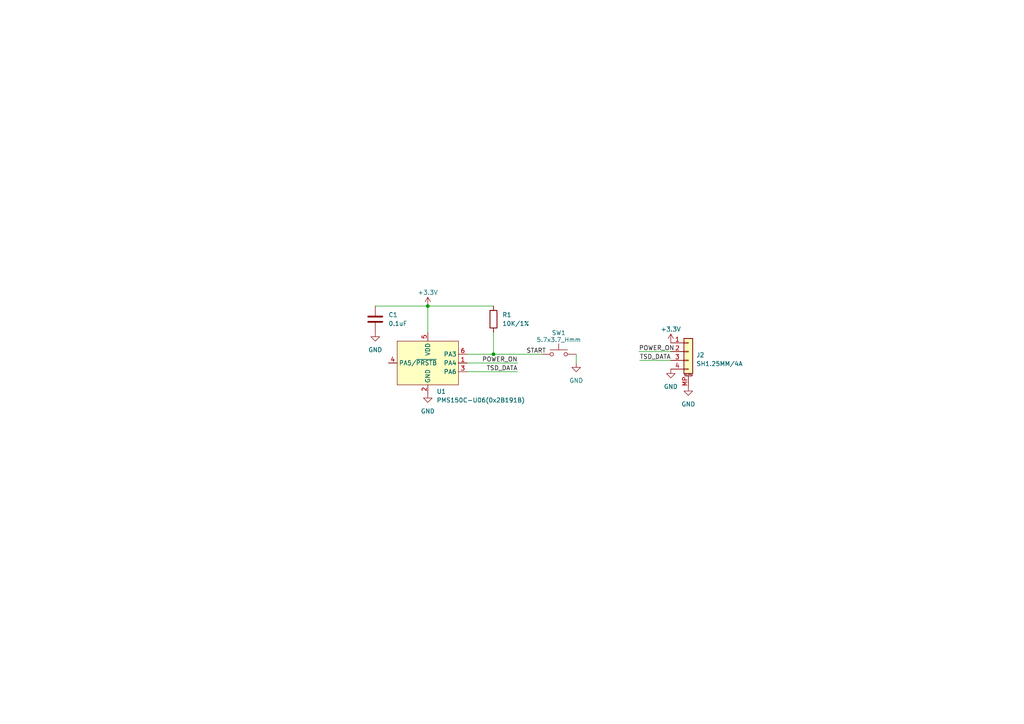
<source format=kicad_sch>
(kicad_sch (version 20230121) (generator eeschema)
  (paper "A4")
  (title_block (title "EDS-01-Switch") (date "2022-06-04") (rev "V0.1") (company "Timye"))
  (lib_symbols
    (symbol "Connector_Generic_MountingPin:Conn_01x04_MountingPin" (pin_names (offset 1.016) hide)
      (property "Reference" "J" (at 0 5.08 0))
      (property "Value" "Conn_01x04_MountingPin" (at 1.27 -7.62 0))
      (symbol "Conn_01x04_MountingPin_1_1"
        (rectangle (start -1.27 -4.953) (end 0 -5.207) (stroke (width 0.1524)))
        (rectangle (start -1.27 -2.413) (end 0 -2.667) (stroke (width 0.1524)))
        (rectangle (start -1.27 0.127) (end 0 -0.127) (stroke (width 0.1524)))
        (rectangle (start -1.27 2.667) (end 0 2.413) (stroke (width 0.1524)))
        (rectangle (start -1.27 3.81) (end 1.27 -6.35) (stroke (width 0.254)) (fill (type background)))
        (polyline (pts (xy -1.016 -7.112) (xy 1.016 -7.112)) (stroke (width 0.1524)))
        (text "Mounting" (at 0 -6.731 0) (effects (font (size 0.381 0.381))))
        (pin passive line (at -5.08 2.54 0) (length 3.81) (name "Pin_1") (number "1"))
        (pin passive line (at -5.08 0 0) (length 3.81) (name "Pin_2") (number "2"))
        (pin passive line (at -5.08 -2.54 0) (length 3.81) (name "Pin_3") (number "3"))
        (pin passive line (at -5.08 -5.08 0) (length 3.81) (name "Pin_4") (number "4"))
        (pin passive line (at 0 -10.16 90) (length 3.048) (name "MountPin") (number "MP"))
      )
    )
    (symbol "Device:C" (pin_numbers hide) (pin_names (offset 0.254))
      (property "Reference" "C" (at 0.635 2.54 0))
      (property "Value" "C" (at 0.635 -2.54 0))
      (symbol "C_0_1"
        (polyline (pts (xy -2.032 -0.762) (xy 2.032 -0.762)) (stroke (width 0.508)))
        (polyline (pts (xy -2.032 0.762) (xy 2.032 0.762)) (stroke (width 0.508)))
      )
      (symbol "C_1_1"
        (pin passive line (at 0 3.81 270) (length 2.794) (name "~") (number "1"))
        (pin passive line (at 0 -3.81 90) (length 2.794) (name "~") (number "2"))
      )
    )
    (symbol "Device:R" (pin_numbers hide) (pin_names (offset 0))
      (property "Reference" "R" (at 2.032 0 90))
      (property "Value" "R" (at 0 0 90))
      (symbol "R_0_1"
        (rectangle (start -1.016 -2.54) (end 1.016 2.54) (stroke (width 0.254)))
      )
      (symbol "R_1_1"
        (pin passive line (at 0 3.81 270) (length 1.27) (name "~") (number "1"))
        (pin passive line (at 0 -3.81 90) (length 1.27) (name "~") (number "2"))
      )
    )
    (symbol "Ovo_MCU_Padauk:PMS150C-U06"
      (property "Reference" "U" (at 3.81 10.16 0))
      (property "Value" "PMS150C-U06" (at 8.89 7.62 0))
      (symbol "PMS150C-U06_0_1"
        (rectangle (start -8.89 6.35) (end 8.89 -6.35) (fill (type background)))
      )
      (symbol "PMS150C-U06_1_1"
        (pin bidirectional line (at 11.43 0 180) (length 2.54) (name "PA4") (number "1"))
        (pin power_in line (at 0 -8.89 90) (length 2.54) (name "GND") (number "2"))
        (pin bidirectional line (at 11.43 -2.54 180) (length 2.54) (name "PA6") (number "3"))
        (pin bidirectional line (at -11.43 0 0) (length 2.54) (name "PA5/~{PRSTB}") (number "4"))
        (pin power_in line (at 0 8.89 270) (length 2.54) (name "VDD") (number "5"))
        (pin bidirectional line (at 11.43 2.54 180) (length 2.54) (name "PA3") (number "6"))
      )
    )
    (symbol "Switch:SW_Push" (pin_numbers hide) (pin_names (offset 1.016) hide)
      (property "Reference" "SW" (at 1.27 2.54 0))
      (property "Value" "SW_Push" (at 0 -1.524 0))
      (symbol "SW_Push_0_1"
        (circle (center -2.032 0) (radius 0.508))
        (polyline (pts (xy 0 1.27) (xy 0 3.048)))
        (polyline (pts (xy 2.54 1.27) (xy -2.54 1.27)))
        (circle (center 2.032 0) (radius 0.508))
        (pin passive line (at -5.08 0 0) (length 2.54) (name "1") (number "1"))
        (pin passive line (at 5.08 0 180) (length 2.54) (name "2") (number "2"))
      )
    )
    (symbol "power:+3.3V" (power) (pin_names (offset 0))
      (property "Value" "+3.3V" (at 0 3.556 0))
      (symbol "+3.3V_0_1"
        (polyline (pts (xy -0.762 1.27) (xy 0 2.54)))
        (polyline (pts (xy 0 0) (xy 0 2.54)))
        (polyline (pts (xy 0 2.54) (xy 0.762 1.27)))
      )
      (symbol "+3.3V_1_1"
        (pin power_in line (at 0 0 90) (length 0) hide (name "+3.3V") (number "1"))
      )
    )
    (symbol "power:GND" (power) (pin_names (offset 0))
      (property "Value" "GND" (at 0 -3.81 0))
      (symbol "GND_0_1"
        (polyline (pts (xy 0 0) (xy 0 -1.27) (xy 1.27 -1.27) (xy 0 -2.54) (xy -1.27 -1.27) (xy 0 -1.27)))
      )
      (symbol "GND_1_1"
        (pin power_in line (at 0 0 270) (length 0) hide (name "GND") (number "1"))
      )
    )
  )
  (junction (at 143.129 102.743))
  (junction (at 124.079 88.773))
  (wire (pts (xy 185.547 104.521) (xy 194.564 104.521)))
  (wire (pts (xy 194.564 101.981) (xy 185.293 101.981)))
  (wire (pts (xy 143.129 102.743) (xy 156.972 102.743)))
  (wire (pts (xy 135.509 105.283) (xy 150.114 105.283)))
  (wire (pts (xy 167.132 105.283) (xy 167.132 102.743)))
  (wire (pts (xy 108.839 88.773) (xy 124.079 88.773)))
  (wire (pts (xy 124.079 88.773) (xy 124.079 96.393)))
  (wire (pts (xy 143.129 102.743) (xy 135.509 102.743)))
  (wire (pts (xy 124.079 88.773) (xy 143.129 88.773)))
  (wire (pts (xy 135.509 107.823) (xy 150.114 107.823)))
  (wire (pts (xy 143.129 96.393) (xy 143.129 102.743)))
  (label "POWER_ON" (at 150.114 105.283 180))
  (label "START" (at 152.654 102.743 0))
  (label "TSD_DATA" (at 185.547 104.521 0))
  (label "POWER_ON" (at 185.293 101.981 0))
  (label "TSD_DATA" (at 150.114 107.823 180))
  (symbol (lib_id "power:+3.3V") (at 124.079 88.773 0) (unit 1)
    (property "Reference" "#PWR02" (effects hide))
    (property "Value" "+3.3V" (at 124.079 84.836 0))
  )
  (symbol (lib_id "Device:R") (at 143.129 92.583 0) (unit 1)
    (property "Reference" "R1" (at 145.669 91.3129 0) (effects (justify left)))
    (property "Value" "10K/1%" (at 145.669 93.8529 0) (effects (justify left)))
    (property "Footprint" "Resistor_SMD:R_0603_1608Metric" (effects hide))
  )
  (symbol (lib_id "power:+3.3V") (at 194.564 99.441 0) (unit 1)
    (property "Reference" "#PWR05" (effects hide))
    (property "Value" "+3.3V" (at 194.564 95.504 0))
  )
  (symbol (lib_id "power:GND") (at 167.132 105.283 0) (unit 1)
    (property "Reference" "#PWR04" (effects hide))
    (property "Value" "GND" (at 167.132 110.363 0))
  )
  (symbol (lib_id "Ovo_MCU_Padauk:PMS150C-U06") (at 124.079 105.283 0) (unit 1)
    (property "Reference" "U1" (at 126.619 113.538 0) (effects (justify left)))
    (property "Value" "PMS150C-U06(0x2B191B)" (at 126.619 116.078 0) (effects (justify left)))
    (property "Footprint" "Package_TO_SOT_SMD:SOT-23-6" (effects hide))
    (property "Datasheet" "http://www.padauk.com.tw/upload/doc/PMS15A,PMS150C%20datasheet%20V108_CN_20200724.pdf" (effects hide))
  )
  (symbol (lib_id "power:GND") (at 194.564 107.061 0) (unit 1)
    (property "Reference" "#PWR06" (effects hide))
    (property "Value" "GND" (at 194.564 112.141 0))
  )
  (symbol (lib_id "Connector_Generic_MountingPin:Conn_01x04_MountingPin") (at 199.644 101.981 0) (unit 1)
    (property "Reference" "J2" (at 201.93 102.9716 0) (effects (justify left)))
    (property "Value" "SH1.25MM/4A" (at 201.93 105.5116 0) (effects (justify left)))
    (property "Footprint" "Connector_Molex:Molex_PicoBlade_53047-0410_1x04_P1.25mm_Vertical" (effects hide))
  )
  (symbol (lib_id "power:GND") (at 108.839 96.393 0) (unit 1)
    (property "Reference" "#PWR01" (effects hide))
    (property "Value" "GND" (at 108.839 101.473 0))
  )
  (symbol (lib_id "Switch:SW_Push") (at 162.052 102.743 0) (unit 1)
    (property "Reference" "SW1" (at 162.052 96.52 0))
    (property "Value" "5.7x3.7_Hmm" (at 162.052 98.552 0))
    (property "Footprint" "Ovo_Button_Switch_SMD:SW_Push_1P1T_NO_5.7x3.7mm_Hmm" (effects hide))
  )
  (symbol (lib_id "power:GND") (at 199.644 112.141 0) (unit 1)
    (property "Reference" "#PWR07" (effects hide))
    (property "Value" "GND" (at 199.644 117.221 0))
  )
  (symbol (lib_id "power:GND") (at 124.079 114.173 0) (unit 1)
    (property "Reference" "#PWR03" (effects hide))
    (property "Value" "GND" (at 124.079 119.253 0))
  )
  (symbol (lib_id "Device:C") (at 108.839 92.583 0) (unit 1)
    (property "Reference" "C1" (at 112.649 91.3129 0) (effects (justify left)))
    (property "Value" "0.1uF" (at 112.649 93.8529 0) (effects (justify left)))
    (property "Footprint" "Capacitor_SMD:C_0603_1608Metric" (effects hide))
  )
)
</source>
